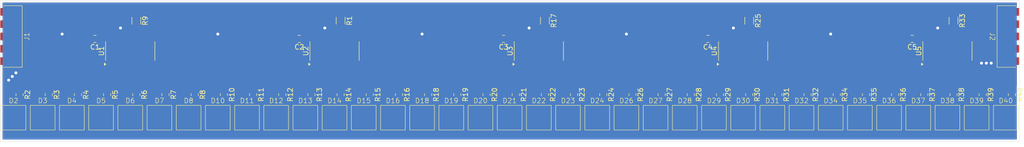
<source format=kicad_pcb>
(kicad_pcb (version 20241229) (generator "pcbnew") (generator_version "9.0")
  (layers (0 "F.Cu" signal) (2 "B.Cu" signal) (13 "F.Paste" user) (15 "B.Paste" user) (5 "F.SilkS" user "F.Silkscreen") (7 "B.SilkS" user "B.Silkscreen") (1 "F.Mask" user) (3 "B.Mask" user) (25 "Edge.Cuts" user))
  (net 0 "")
  (net 1 "+5V")
  (net 2 "GND")
  (net 3 "Net-(D2-A)")
  (net 4 "Net-(D3-A)")
  (net 5 "Net-(D4-A)")
  (net 6 "Net-(D5-A)")
  (net 7 "Net-(D6-A)")
  (net 8 "Net-(D7-A)")
  (net 9 "Net-(D8-A)")
  (net 10 "Net-(D10-A)")
  (net 11 "Net-(D11-A)")
  (net 12 "Net-(D12-A)")
  (net 13 "Net-(D13-A)")
  (net 14 "Net-(D14-A)")
  (net 15 "Net-(D15-A)")
  (net 16 "Net-(D16-A)")
  (net 17 "Net-(D18-A)")
  (net 18 "Net-(D19-A)")
  (net 19 "Net-(D20-A)")
  (net 20 "Net-(D21-A)")
  (net 21 "Net-(D22-A)")
  (net 22 "Net-(D23-A)")
  (net 23 "Net-(D24-A)")
  (net 24 "Net-(D26-A)")
  (net 25 "Net-(D27-A)")
  (net 26 "Net-(D28-A)")
  (net 27 "Net-(D29-A)")
  (net 28 "Net-(D30-A)")
  (net 29 "Net-(D31-A)")
  (net 30 "Net-(D32-A)")
  (net 31 "Net-(D34-A)")
  (net 32 "Net-(D35-A)")
  (net 33 "Net-(D36-A)")
  (net 34 "Net-(D37-A)")
  (net 35 "Net-(D38-A)")
  (net 36 "Net-(D39-A)")
  (net 37 "Net-(D40-A)")
  (net 38 "MOSI")
  (net 39 "SCK")
  (net 40 "LATCH")
  (net 41 "MOSI_O")
  (net 42 "Net-(U1-QB)")
  (net 43 "Net-(U1-QC)")
  (net 44 "Net-(U1-QD)")
  (net 45 "Net-(U1-QE)")
  (net 46 "Net-(U1-QF)")
  (net 47 "Net-(U1-QG)")
  (net 48 "Net-(U1-QH)")
  (net 49 "Net-(U2-QB)")
  (net 50 "Net-(U2-QC)")
  (net 51 "Net-(U2-QD)")
  (net 52 "Net-(U2-QE)")
  (net 53 "Net-(U2-QF)")
  (net 54 "Net-(U2-QG)")
  (net 55 "Net-(U2-QH)")
  (net 56 "Net-(U3-QB)")
  (net 57 "Net-(U3-QC)")
  (net 58 "Net-(U3-QD)")
  (net 59 "Net-(U3-QE)")
  (net 60 "Net-(U3-QF)")
  (net 61 "Net-(U3-QG)")
  (net 62 "Net-(U3-QH)")
  (net 63 "Net-(U4-QB)")
  (net 64 "Net-(U4-QC)")
  (net 65 "Net-(U4-QD)")
  (net 66 "Net-(U4-QE)")
  (net 67 "Net-(U4-QF)")
  (net 68 "Net-(U4-QG)")
  (net 69 "Net-(U4-QH)")
  (net 70 "Net-(U5-QB)")
  (net 71 "Net-(U5-QC)")
  (net 72 "Net-(U5-QD)")
  (net 73 "Net-(U5-QE)")
  (net 74 "Net-(U5-QF)")
  (net 75 "Net-(U5-QG)")
  (net 76 "Net-(U5-QH)")
  (net 77 "Net-(U1-QH')")
  (net 80 "Net-(U2-QH')")
  (net 81 "Net-(U3-QH')")
  (net 85 "Net-(U4-QH')")
  (net 86 "Net-(U2-SRCLK)")
  (net 87 "Net-(U1-SRCLK)")
  (net 88 "Net-(U3-SRCLK)")
  (net 89 "Net-(U4-SRCLK)")
  (net 90 "Net-(U5-SRCLK)")
  (footprint "Custom_Symbols:LED" (layer "F.Cu") (at 50 50)
    (property "Reference" "D2")
    (property "Value" "LED")
  )
  (footprint "Resistor_SMD:R_1206_3216Metric" (layer "F.Cu") (at 75.25 30 -90)
    (property "Reference" "R9")
    (property "Value" "0")
  )
  (footprint "Resistor_SMD:R_0805_2012Metric" (layer "F.Cu") (at 99.25 45.25 -90)
    (property "Reference" "R11")
    (property "Value" "R")
  )
  (footprint "Resistor_SMD:R_1206_3216Metric" (layer "F.Cu") (at 159.25 30 -90)
    (property "Reference" "R17")
    (property "Value" "0")
  )
  (footprint "Resistor_SMD:R_0805_2012Metric" (layer "F.Cu") (at 105.25 45.25 -90)
    (property "Reference" "R12")
    (property "Value" "R")
  )
  (footprint "Custom_Symbols:LED" (layer "F.Cu") (at 224 50)
    (property "Reference" "D35")
    (property "Value" "LED")
  )
  (footprint "Resistor_SMD:R_0805_2012Metric" (layer "F.Cu") (at 69.25 45.25 -90)
    (property "Reference" "R5")
    (property "Value" "R")
  )
  (footprint "Resistor_SMD:R_0805_2012Metric" (layer "F.Cu") (at 249.25 45.25 -90)
    (property "Reference" "R39")
    (property "Value" "R")
  )
  (footprint "Resistor_SMD:R_0805_2012Metric" (layer "F.Cu") (at 87.25 45.25 -90)
    (property "Reference" "R8")
    (property "Value" "R")
  )
  (footprint "Custom_Symbols:LED" (layer "F.Cu") (at 188 50)
    (property "Reference" "D28")
    (property "Value" "LED")
  )
  (footprint "Package_SO:SOP-16_3.9x9.9mm_P1.27mm" (layer "F.Cu") (at 158 36.25 90)
    (property "Reference" "U3")
    (property "Value" "74HC595")
  )
  (footprint "Custom_Symbols:LED" (layer "F.Cu") (at 194 50)
    (property "Reference" "D29")
    (property "Value" "LED")
  )
  (footprint "Custom_Symbols:LED" (layer "F.Cu") (at 200 50)
    (property "Reference" "D30")
    (property "Value" "LED")
  )
  (footprint "Resistor_SMD:R_0805_2012Metric" (layer "F.Cu") (at 57.25 45.25 -90)
    (property "Reference" "R3")
    (property "Value" "R")
  )
  (footprint "Resistor_SMD:R_0805_2012Metric" (layer "F.Cu") (at 141.25 45.25 -90)
    (property "Reference" "R19")
    (property "Value" "R")
  )
  (footprint "Resistor_SMD:R_0805_2012Metric" (layer "F.Cu") (at 123.25 45.25 -90)
    (property "Reference" "R15")
    (property "Value" "R")
  )
  (footprint "Resistor_SMD:R_0805_2012Metric" (layer "F.Cu") (at 63.25 45.25 -90)
    (property "Reference" "R4")
    (property "Value" "R")
  )
  (footprint "Package_SO:SOP-16_3.9x9.9mm_P1.27mm" (layer "F.Cu") (at 200 36.25 90)
    (property "Reference" "U4")
    (property "Value" "74HC595")
  )
  (footprint "Custom_Symbols:LED" (layer "F.Cu") (at 128 50)
    (property "Reference" "D16")
    (property "Value" "LED")
  )
  (footprint "Custom_Symbols:LED" (layer "F.Cu") (at 86 50)
    (property "Reference" "D8")
    (property "Value" "LED")
  )
  (footprint "Custom_Symbols:LED" (layer "F.Cu") (at 140 50)
    (property "Reference" "D19")
    (property "Value" "LED")
  )
  (footprint "Custom_Symbols:SMD_Connector" (layer "F.Cu") (at 49.25 33.25 90)
    (property "Reference" "J1")
    (property "Value" "In")
    (fp_line (start 6.5 -2) (end -6.5 -2) (stroke (width 0.05)) (layer "Edge.Cuts"))
  )
  (footprint "Custom_Symbols:LED" (layer "F.Cu") (at 254 50)
    (property "Reference" "D40")
    (property "Value" "LED")
  )
  (footprint "Resistor_SMD:R_0805_2012Metric" (layer "F.Cu") (at 195.25 45.25 -90)
    (property "Reference" "R29")
    (property "Value" "R")
  )
  (footprint "Resistor_SMD:R_0805_2012Metric" (layer "F.Cu") (at 51.25 45.25 -90)
    (property "Reference" "R2")
    (property "Value" "R")
  )
  (footprint "Resistor_SMD:R_1206_3216Metric" (layer "F.Cu") (at 201.25 30 -90)
    (property "Reference" "R25")
    (property "Value" "0")
  )
  (footprint "Resistor_SMD:R_0805_2012Metric" (layer "F.Cu") (at 183.25 45.25 -90)
    (property "Reference" "R27")
    (property "Value" "R")
  )
  (footprint "Resistor_SMD:R_0805_2012Metric" (layer "F.Cu") (at 75.25 45.25 -90)
    (property "Reference" "R6")
    (property "Value" "R")
  )
  (footprint "Resistor_SMD:R_0805_2012Metric" (layer "F.Cu") (at 243.25 45.25 -90)
    (property "Reference" "R38")
    (property "Value" "R")
  )
  (footprint "Resistor_SMD:R_0805_2012Metric" (layer "F.Cu") (at 255.25 45.25 -90)
    (property "Reference" "R40")
    (property "Value" "R")
  )
  (footprint "Custom_Symbols:LED" (layer "F.Cu") (at 92 50)
    (property "Reference" "D10")
    (property "Value" "LED")
  )
  (footprint "Custom_Symbols:LED" (layer "F.Cu") (at 104 50)
    (property "Reference" "D12")
    (property "Value" "LED")
  )
  (footprint "Capacitor_SMD:C_0805_2012Metric" (layer "F.Cu") (at 150.75 33.75 180)
    (property "Reference" "C3")
    (property "Value" "0.1u")
  )
  (footprint "Resistor_SMD:R_0805_2012Metric" (layer "F.Cu") (at 237.25 45.25 -90)
    (property "Reference" "R37")
    (property "Value" "R")
  )
  (footprint "Custom_Symbols:LED" (layer "F.Cu") (at 212 50)
    (property "Reference" "D32")
    (property "Value" "LED")
  )
  (footprint "Resistor_SMD:R_0805_2012Metric" (layer "F.Cu") (at 219.25 45.25 -90)
    (property "Reference" "R34")
    (property "Value" "R")
  )
  (footprint "Resistor_SMD:R_0805_2012Metric" (layer "F.Cu") (at 171.25 45.25 -90)
    (property "Reference" "R24")
    (property "Value" "R")
  )
  (footprint "Resistor_SMD:R_1206_3216Metric" (layer "F.Cu") (at 117.25 30 -90)
    (property "Reference" "R1")
    (property "Value" "0")
  )
  (footprint "Custom_Symbols:LED" (layer "F.Cu") (at 56 50)
    (property "Reference" "D3")
    (property "Value" "LED")
  )
  (footprint "Resistor_SMD:R_0805_2012Metric" (layer "F.Cu") (at 153.25 45.25 -90)
    (property "Reference" "R21")
    (property "Value" "R")
  )
  (footprint "Package_SO:SOP-16_3.9x9.9mm_P1.27mm" (layer "F.Cu") (at 74 36.25 90)
    (property "Reference" "U1")
    (property "Value" "74HC595")
  )
  (footprint "Custom_Symbols:LED" (layer "F.Cu") (at 74 50)
    (property "Reference" "D6")
    (property "Value" "LED")
  )
  (footprint "Custom_Symbols:LED" (layer "F.Cu") (at 110 50)
    (property "Reference" "D13")
    (property "Value" "LED")
  )
  (footprint "Resistor_SMD:R_0805_2012Metric" (layer "F.Cu") (at 117.25 45.25 -90)
    (property "Reference" "R14")
    (property "Value" "R")
  )
  (footprint "Custom_Symbols:LED" (layer "F.Cu") (at 248 50)
    (property "Reference" "D39")
    (property "Value" "LED")
  )
  (footprint "Resistor_SMD:R_0805_2012Metric" (layer "F.Cu") (at 201.25 45.25 -90)
    (property "Reference" "R30")
    (property "Value" "R")
  )
  (footprint "Resistor_SMD:R_0805_2012Metric" (layer "F.Cu") (at 189.25 45.25 -90)
    (property "Reference" "R28")
    (property "Value" "R")
  )
  (footprint "Custom_Symbols:LED" (layer "F.Cu") (at 152 50)
    (property "Reference" "D21")
    (property "Value" "LED")
  )
  (footprint "Resistor_SMD:R_0805_2012Metric" (layer "F.Cu") (at 129.25 45.25 -90)
    (property "Reference" "R16")
    (property "Value" "R")
  )
  (footprint "Resistor_SMD:R_0805_2012Metric" (layer "F.Cu") (at 147.25 45.25 -90)
    (property "Reference" "R20")
    (property "Value" "R")
  )
  (footprint "Custom_Symbols:LED" (layer "F.Cu") (at 218 50)
    (property "Reference" "D34")
    (property "Value" "LED")
  )
  (footprint "Resistor_SMD:R_1206_3216Metric" (layer "F.Cu") (at 243.25 30 -90)
    (property "Reference" "R33")
    (property "Value" "0")
  )
  (footprint "Resistor_SMD:R_0805_2012Metric" (layer "F.Cu") (at 81.25 45.25 -90)
    (property "Reference" "R7")
    (property "Value" "R")
  )
  (footprint "Custom_Symbols:LED" (layer "F.Cu") (at 158 50)
    (property "Reference" "D22")
    (property "Value" "LED")
  )
  (footprint "Custom_Symbols:LED" (layer "F.Cu") (at 206 50)
    (property "Reference" "D31")
    (property "Value" "LED")
  )
  (footprint "Resistor_SMD:R_0805_2012Metric" (layer "F.Cu") (at 111.25 45.25 -90)
    (property "Reference" "R13")
    (property "Value" "R")
  )
  (footprint "Capacitor_SMD:C_0805_2012Metric" (layer "F.Cu") (at 66.75 33.75 180)
    (property "Reference" "C1")
    (property "Value" "0.1u")
  )
  (footprint "Custom_Symbols:LED" (layer "F.Cu") (at 68 50)
    (property "Reference" "D5")
    (property "Value" "LED")
  )
  (footprint "Custom_Symbols:LED" (layer "F.Cu") (at 80 50)
    (property "Reference" "D7")
    (property "Value" "LED")
  )
  (footprint "Resistor_SMD:R_0805_2012Metric" (layer "F.Cu") (at 177.25 45.25 -90)
    (property "Reference" "R26")
    (property "Value" "R")
  )
  (footprint "Custom_Symbols:LED" (layer "F.Cu") (at 170 50)
    (property "Reference" "D24")
    (property "Value" "LED")
  )
  (footprint "Resistor_SMD:R_0805_2012Metric" (layer "F.Cu") (at 231.25 45.25 -90)
    (property "Reference" "R36")
    (property "Value" "R")
  )
  (footprint "Custom_Symbols:LED" (layer "F.Cu") (at 164 50)
    (property "Reference" "D23")
    (property "Value" "LED")
  )
  (footprint "Custom_Symbols:LED" (layer "F.Cu") (at 236 50)
    (property "Reference" "D37")
    (property "Value" "LED")
  )
  (footprint "Custom_Symbols:LED" (layer "F.Cu") (at 242 50)
    (property "Reference" "D38")
    (property "Value" "LED")
  )
  (footprint "Package_SO:SOP-16_3.9x9.9mm_P1.27mm" (layer "F.Cu") (at 116 36.25 90)
    (property "Reference" "U2")
    (property "Value" "74HC595")
  )
  (footprint "Resistor_SMD:R_0805_2012Metric" (layer "F.Cu") (at 159.25 45.25 -90)
    (property "Reference" "R22")
    (property "Value" "R")
  )
  (footprint "Custom_Symbols:LED" (layer "F.Cu") (at 116 50)
    (property "Reference" "D14")
    (property "Value" "LED")
  )
  (footprint "Custom_Symbols:LED" (layer "F.Cu") (at 230 50)
    (property "Reference" "D36")
    (property "Value" "LED")
  )
  (footprint "Custom_Symbols:LED" (layer "F.Cu") (at 176 50)
    (property "Reference" "D26")
    (property "Value" "LED")
  )
  (footprint "Custom_Symbols:SMD_Connector" (layer "F.Cu") (at 254.75 33.25 -90)
    (property "Reference" "J2")
    (property "Value" "Out")
    (fp_line (start 6.5 -2) (end -6.5 -2) (stroke (width 0.05)) (layer "Edge.Cuts"))
  )
  (footprint "Custom_Symbols:LED" (layer "F.Cu") (at 146 50)
    (property "Reference" "D20")
    (property "Value" "LED")
  )
  (footprint "Custom_Symbols:LED" (layer "F.Cu") (at 182 50)
    (property "Reference" "D27")
    (property "Value" "LED")
  )
  (footprint "Capacitor_SMD:C_0805_2012Metric" (layer "F.Cu") (at 192.75 33.75 180)
    (property "Reference" "C4")
    (property "Value" "0.1u")
  )
  (footprint "Resistor_SMD:R_0805_2012Metric" (layer "F.Cu") (at 207.25 45.25 -90)
    (property "Reference" "R31")
    (property "Value" "R")
  )
  (footprint "Resistor_SMD:R_0805_2012Metric" (layer "F.Cu") (at 165.25 45.25 -90)
    (property "Reference" "R23")
    (property "Value" "R")
  )
  (footprint "Package_SO:SOP-16_3.9x9.9mm_P1.27mm" (layer "F.Cu") (at 242 36.25 90)
    (property "Reference" "U5")
    (property "Value" "74HC595")
  )
  (footprint "Custom_Symbols:LED" (layer "F.Cu") (at 122 50)
    (property "Reference" "D15")
    (property "Value" "LED")
  )
  (footprint "Custom_Symbols:LED" (layer "F.Cu") (at 62 50)
    (property "Reference" "D4")
    (property "Value" "LED")
  )
  (footprint "Resistor_SMD:R_0805_2012Metric" (layer "F.Cu") (at 213.25 45.25 -90)
    (property "Reference" "R32")
    (property "Value" "R")
  )
  (footprint "Capacitor_SMD:C_0805_2012Metric" (layer "F.Cu") (at 108.75 33.75 180)
    (property "Reference" "C2")
    (property "Value" "0.1u")
  )
  (footprint "Capacitor_SMD:C_0805_2012Metric" (layer "F.Cu") (at 234.75 33.75 180)
    (property "Reference" "C5")
    (property "Value" "0.1u")
  )
  (footprint "Custom_Symbols:LED" (layer "F.Cu") (at 134 50)
    (property "Reference" "D18")
    (property "Value" "LED")
  )
  (footprint "Resistor_SMD:R_0805_2012Metric" (layer "F.Cu") (at 225.25 45.25 -90)
    (property "Reference" "R35")
    (property "Value" "R")
  )
  (footprint "Custom_Symbols:LED" (layer "F.Cu") (at 98 50)
    (property "Reference" "D11")
    (property "Value" "LED")
  )
  (footprint "Resistor_SMD:R_0805_2012Metric" (layer "F.Cu") (at 93.25 45.25 -90)
    (property "Reference" "R10")
    (property "Value" "R")
  )
  (footprint "Resistor_SMD:R_0805_2012Metric" (layer "F.Cu") (at 135.25 45.25 -90)
    (property "Reference" "R18")
    (property "Value" "R")
  )
  (gr_line (start 47.25 55) (end 47.25 25.75) (stroke (width 0.05)) (layer "Edge.Cuts"))
  (gr_line (start 250.25 55) (end 256.75 55) (stroke (width 0.05)) (layer "Edge.Cuts"))
  (gr_line (start 250.25 55) (end 47.25 55) (stroke (width 0.05)) (layer "Edge.Cuts"))
  (gr_line (start 47.25 25.75) (end 256.75 25.75) (stroke (width 0.05)) (layer "Edge.Cuts"))
  (gr_line (start 256.75 55) (end 256.75 25.75) (stroke (width 0.05)) (layer "Edge.Cuts"))
  (segment (start 237.555 30.195) (end 237.75 30) (width 0.6) (layer "F.Cu") (net 1))
  (segment (start 237.75 30) (end 203.25 30) (width 0.6) (layer "F.Cu") (net 1))
  (segment (start 249.21 30.71) (end 248.5 30) (width 0.6) (layer "F.Cu") (net 1))
  (segment (start 111.555 30.195) (end 111.75 30) (width 0.6) (layer "F.Cu") (net 1))
  (segment (start 254.75 30.71) (end 249.21 30.71) (width 0.6) (layer "F.Cu") (net 1))
  (segment (start 161.175 33.75) (end 161.175 30.075) (width 0.6) (layer "F.Cu") (net 1))
  (segment (start 235.7 33.75) (end 237.555 33.75) (width 0.6) (layer "F.Cu") (net 1))
  (segment (start 193.7 33.75) (end 195.555 33.75) (width 0.6) (layer "F.Cu") (net 1))
  (segment (start 203.175 30.075) (end 203.25 30) (width 0.6) (layer "F.Cu") (net 1))
  (segment (start 237.555 33.75) (end 237.555 30.195) (width 0.6) (layer "F.Cu") (net 1))
  (segment (start 161.25 30) (end 153.75 30) (width 0.6) (layer "F.Cu") (net 1))
  (segment (start 203.175 33.75) (end 203.175 30.075) (width 0.6) (layer "F.Cu") (net 1))
  (segment (start 245.175 30.075) (end 245.25 30) (width 0.6) (layer "F.Cu") (net 1))
  (segment (start 195.555 30.195) (end 195.75 30) (width 0.6) (layer "F.Cu") (net 1))
  (segment (start 109.7 33.75) (end 111.555 33.75) (width 0.6) (layer "F.Cu") (net 1))
  (segment (start 151.7 33.75) (end 153.555 33.75) (width 0.6) (layer "F.Cu") (net 1))
  (segment (start 153.555 30.195) (end 153.75 30) (width 0.6) (layer "F.Cu") (net 1))
  (segment (start 119.175 30.075) (end 119.25 30) (width 0.6) (layer "F.Cu") (net 1))
  (segment (start 53.5 30) (end 52.79 30.71) (width 0.6) (layer "F.Cu") (net 1))
  (segment (start 69.75 30) (end 53.5 30) (width 0.6) (layer "F.Cu") (net 1))
  (segment (start 52.79 30.71) (end 49.25 30.71) (width 0.6) (layer "F.Cu") (net 1))
  (segment (start 77.175 33.75) (end 77.175 30.075) (width 0.6) (layer "F.Cu") (net 1))
  (segment (start 119.175 33.75) (end 119.175 30.075) (width 0.6) (layer "F.Cu") (net 1))
  (segment (start 161.175 30.075) (end 161.25 30) (width 0.6) (layer "F.Cu") (net 1))
  (segment (start 195.75 30) (end 161.25 30) (width 0.6) (layer "F.Cu") (net 1))
  (segment (start 248.5 30) (end 245.25 30) (width 0.6) (layer "F.Cu") (net 1))
  (segment (start 77.175 30.075) (end 77.25 30) (width 0.6) (layer "F.Cu") (net 1))
  (segment (start 69.555 33.75) (end 69.555 30.195) (width 0.6) (layer "F.Cu") (net 1))
  (segment (start 245.25 30) (end 237.75 30) (width 0.6) (layer "F.Cu") (net 1))
  (segment (start 111.75 30) (end 77.25 30) (width 0.6) (layer "F.Cu") (net 1))
  (segment (start 153.555 33.75) (end 153.555 30.195) (width 0.6) (layer "F.Cu") (net 1))
  (segment (start 203.25 30) (end 195.75 30) (width 0.6) (layer "F.Cu") (net 1))
  (segment (start 119.25 30) (end 111.75 30) (width 0.6) (layer "F.Cu") (net 1))
  (segment (start 69.555 30.195) (end 69.75 30) (width 0.6) (layer "F.Cu") (net 1))
  (segment (start 245.175 33.75) (end 245.175 30.075) (width 0.6) (layer "F.Cu") (net 1))
  (segment (start 77.25 30) (end 69.75 30) (width 0.6) (layer "F.Cu") (net 1))
  (segment (start 153.75 30) (end 119.25 30) (width 0.6) (layer "F.Cu") (net 1))
  (segment (start 195.555 33.75) (end 195.555 30.195) (width 0.6) (layer "F.Cu") (net 1))
  (segment (start 111.555 33.75) (end 111.555 30.195) (width 0.6) (layer "F.Cu") (net 1))
  (segment (start 67.7 33.75) (end 69.555 33.75) (width 0.6) (layer "F.Cu") (net 1))
  (segment (start 48.73 50) (end 48.73 46.02) (width 0.6) (layer "F.Cu") (net 2))
  (segment (start 48.73 50) (end 48.73 53.48) (width 0.6) (layer "F.Cu") (net 2))
  (segment (start 48.73 53.48) (end 48.75 53.5) (width 0.6) (layer "F.Cu") (net 2))
  (segment (start 48.75 46) (end 48.73 46.02) (width 0.6) (layer "F.Cu") (net 2))
  (via (at 250 38.75) (size 0.7) (drill 0.6) (layers "F.Cu" "B.Cu") (net 2))
  (via (at 50.5 40.75) (size 0.7) (drill 0.6) (layers "F.Cu" "B.Cu") (net 2))
  (via (at 72 31.5) (size 0.7) (drill 0.6) (layers "F.Cu" "B.Cu") (net 2))
  (via (at 218 32.75) (size 0.7) (drill 0.6) (layers "F.Cu" "B.Cu") (net 2))
  (via (at 49 42.25) (size 0.7) (drill 0.6) (layers "F.Cu" "B.Cu") (net 2))
  (via (at 49.75 41.5) (size 0.7) (drill 0.6) (layers "F.Cu" "B.Cu") (net 2))
  (via (at 176 32.75) (size 0.7) (drill 0.6) (layers "F.Cu" "B.Cu") (net 2))
  (via (at 249 38.75) (size 0.7) (drill 0.6) (layers "F.Cu" "B.Cu") (net 2))
  (via (at 134 32.75) (size 0.7) (drill 0.6) (layers "F.Cu" "B.Cu") (net 2))
  (via (at 156 31.5) (size 0.7) (drill 0.6) (layers "F.Cu" "B.Cu") (net 2))
  (via (at 198 31.5) (size 0.7) (drill 0.6) (layers "F.Cu" "B.Cu") (net 2))
  (via (at 240 31.5) (size 0.7) (drill 0.6) (layers "F.Cu" "B.Cu") (net 2))
  (via (at 251 38.75) (size 0.7) (drill 0.6) (layers "F.Cu" "B.Cu") (net 2))
  (via (at 92 32.75) (size 0.7) (drill 0.6) (layers "F.Cu" "B.Cu") (net 2))
  (via (at 60 32.75) (size 0.7) (drill 0.6) (layers "F.Cu" "B.Cu") (net 2))
  (via (at 114 31.5) (size 0.7) (drill 0.6) (layers "F.Cu" "B.Cu") (net 2))
  (segment (start 51.25 49.98) (end 51.27 50) (width 0.6) (layer "F.Cu") (net 3))
  (segment (start 51.25 46.1625) (end 51.25 49.98) (width 0.6) (layer "F.Cu") (net 3))
  (segment (start 57.25 46.1625) (end 57.25 49.98) (width 0.6) (layer "F.Cu") (net 4))
  (segment (start 57.25 49.98) (end 57.27 50) (width 0.6) (layer "F.Cu") (net 4))
  (segment (start 63.25 46.1625) (end 63.25 49.98) (width 0.6) (layer "F.Cu") (net 5))
  (segment (start 63.25 49.98) (end 63.27 50) (width 0.6) (layer "F.Cu") (net 5))
  (segment (start 69.25 46.1625) (end 69.25 49.98) (width 0.6) (layer "F.Cu") (net 6))
  (segment (start 69.25 49.98) (end 69.27 50) (width 0.6) (layer "F.Cu") (net 6))
  (segment (start 75.25 46.1625) (end 75.25 49.98) (width 0.6) (layer "F.Cu") (net 7))
  (segment (start 75.25 49.98) (end 75.27 50) (width 0.6) (layer "F.Cu") (net 7))
  (segment (start 81.25 46.1625) (end 81.25 49.98) (width 0.6) (layer "F.Cu") (net 8))
  (segment (start 81.25 49.98) (end 81.27 50) (width 0.6) (layer "F.Cu") (net 8))
  (segment (start 87.25 46.1625) (end 87.25 49.98) (width 0.6) (layer "F.Cu") (net 9))
  (segment (start 87.25 49.98) (end 87.27 50) (width 0.6) (layer "F.Cu") (net 9))
  (segment (start 93.25 46.1625) (end 93.25 49.98) (width 0.6) (layer "F.Cu") (net 10))
  (segment (start 93.25 49.98) (end 93.27 50) (width 0.6) (layer "F.Cu") (net 10))
  (segment (start 99.25 49.98) (end 99.27 50) (width 0.6) (layer "F.Cu") (net 11))
  (segment (start 99.25 46.1625) (end 99.25 49.98) (width 0.6) (layer "F.Cu") (net 11))
  (segment (start 105.25 46.1625) (end 105.25 49.98) (width 0.6) (layer "F.Cu") (net 12))
  (segment (start 105.25 49.98) (end 105.27 50) (width 0.6) (layer "F.Cu") (net 12))
  (segment (start 111.25 46.1625) (end 111.25 49.98) (width 0.6) (layer "F.Cu") (net 13))
  (segment (start 111.25 49.98) (end 111.27 50) (width 0.6) (layer "F.Cu") (net 13))
  (segment (start 117.25 46.1625) (end 117.25 49.98) (width 0.6) (layer "F.Cu") (net 14))
  (segment (start 117.25 49.98) (end 117.27 50) (width 0.6) (layer "F.Cu") (net 14))
  (segment (start 123.25 46.1625) (end 123.25 49.98) (width 0.6) (layer "F.Cu") (net 15))
  (segment (start 123.25 49.98) (end 123.27 50) (width 0.6) (layer "F.Cu") (net 15))
  (segment (start 129.25 46.1625) (end 129.25 49.98) (width 0.6) (layer "F.Cu") (net 16))
  (segment (start 129.25 49.98) (end 129.27 50) (width 0.6) (layer "F.Cu") (net 16))
  (segment (start 135.25 49.98) (end 135.27 50) (width 0.6) (layer "F.Cu") (net 17))
  (segment (start 135.25 46.1625) (end 135.25 49.98) (width 0.6) (layer "F.Cu") (net 17))
  (segment (start 141.25 49.98) (end 141.27 50) (width 0.6) (layer "F.Cu") (net 18))
  (segment (start 141.25 46.1625) (end 141.25 49.98) (width 0.6) (layer "F.Cu") (net 18))
  (segment (start 147.25 46.1625) (end 147.25 49.98) (width 0.6) (layer "F.Cu") (net 19))
  (segment (start 147.25 49.98) (end 147.27 50) (width 0.6) (layer "F.Cu") (net 19))
  (segment (start 153.25 49.98) (end 153.27 50) (width 0.6) (layer "F.Cu") (net 20))
  (segment (start 153.25 46.1625) (end 153.25 49.98) (width 0.6) (layer "F.Cu") (net 20))
  (segment (start 159.25 49.98) (end 159.27 50) (width 0.6) (layer "F.Cu") (net 21))
  (segment (start 159.25 46.1625) (end 159.25 49.98) (width 0.6) (layer "F.Cu") (net 21))
  (segment (start 165.25 49.98) (end 165.27 50) (width 0.6) (layer "F.Cu") (net 22))
  (segment (start 165.25 46.1625) (end 165.25 49.98) (width 0.6) (layer "F.Cu") (net 22))
  (segment (start 171.25 49.98) (end 171.27 50) (width 0.6) (layer "F.Cu") (net 23))
  (segment (start 171.25 46.1625) (end 171.25 49.98) (width 0.6) (layer "F.Cu") (net 23))
  (segment (start 177.25 49.98) (end 177.27 50) (width 0.6) (layer "F.Cu") (net 24))
  (segment (start 177.25 46.1625) (end 177.25 49.98) (width 0.6) (layer "F.Cu") (net 24))
  (segment (start 183.25 49.98) (end 183.27 50) (width 0.6) (layer "F.Cu") (net 25))
  (segment (start 183.25 46.1625) (end 183.25 49.98) (width 0.6) (layer "F.Cu") (net 25))
  (segment (start 189.25 49.98) (end 189.27 50) (width 0.6) (layer "F.Cu") (net 26))
  (segment (start 189.25 46.1625) (end 189.25 49.98) (width 0.6) (layer "F.Cu") (net 26))
  (segment (start 195.25 46.1625) (end 195.25 49.98) (width 0.6) (layer "F.Cu") (net 27))
  (segment (start 195.25 49.98) (end 195.27 50) (width 0.6) (layer "F.Cu") (net 27))
  (segment (start 201.25 49.98) (end 201.27 50) (width 0.6) (layer "F.Cu") (net 28))
  (segment (start 201.25 46.1625) (end 201.25 49.98) (width 0.6) (layer "F.Cu") (net 28))
  (segment (start 207.25 46.1625) (end 207.25 49.98) (width 0.6) (layer "F.Cu") (net 29))
  (segment (start 207.25 49.98) (end 207.27 50) (width 0.6) (layer "F.Cu") (net 29))
  (segment (start 213.25 49.98) (end 213.27 50) (width 0.6) (layer "F.Cu") (net 30))
  (segment (start 213.25 46.1625) (end 213.25 49.98) (width 0.6) (layer "F.Cu") (net 30))
  (segment (start 219.25 49.98) (end 219.27 50) (width 0.6) (layer "F.Cu") (net 31))
  (segment (start 219.25 46.1625) (end 219.25 49.98) (width 0.6) (layer "F.Cu") (net 31))
  (segment (start 225.25 46.1625) (end 225.25 49.98) (width 0.6) (layer "F.Cu") (net 32))
  (segment (start 225.25 49.98) (end 225.27 50) (width 0.6) (layer "F.Cu") (net 32))
  (segment (start 231.25 46.1625) (end 231.25 49.98) (width 0.6) (layer "F.Cu") (net 33))
  (segment (start 231.25 49.98) (end 231.27 50) (width 0.6) (layer "F.Cu") (net 33))
  (segment (start 237.25 46.1625) (end 237.25 49.98) (width 0.6) (layer "F.Cu") (net 34))
  (segment (start 237.25 49.98) (end 237.27 50) (width 0.6) (layer "F.Cu") (net 34))
  (segment (start 243.25 46.1625) (end 243.25 49.98) (width 0.6) (layer "F.Cu") (net 35))
  (segment (start 243.25 49.98) (end 243.27 50) (width 0.6) (layer "F.Cu") (net 35))
  (segment (start 249.25 49.98) (end 249.27 50) (width 0.6) (layer "F.Cu") (net 36))
  (segment (start 249.25 46.1625) (end 249.25 49.98) (width 0.6) (layer "F.Cu") (net 36))
  (segment (start 255.25 46.1625) (end 255.25 49.98) (width 0.6) (layer "F.Cu") (net 37))
  (segment (start 255.25 49.98) (end 255.27 50) (width 0.6) (layer "F.Cu") (net 37))
  (segment (start 49.25 33.25) (end 51.5 33.25) (width 0.6) (layer "F.Cu") (net 38))
  (segment (start 51.5 33.25) (end 54 35.75) (width 0.6) (layer "F.Cu") (net 38))
  (segment (start 72.095 34.749999) (end 72.095 33.75) (width 0.6) (layer "F.Cu") (net 38))
  (segment (start 71.094999 35.75) (end 72.095 34.749999) (width 0.6) (layer "F.Cu") (net 38))
  (segment (start 54 35.75) (end 71.094999 35.75) (width 0.6) (layer "F.Cu") (net 38))
  (segment (start 115.9625 28.5375) (end 117.25 28.5375) (width 0.6) (layer "F.Cu") (net 39))
  (segment (start 159.25 28.5375) (end 160.5375 28.5375) (width 0.6) (layer "F.Cu") (net 39))
  (segment (start 118.5375 28.5375) (end 119 29) (width 0.6) (layer "F.Cu") (net 39))
  (segment (start 73.9625 28.5375) (end 75.25 28.5375) (width 0.6) (layer "F.Cu") (net 39))
  (segment (start 203 29) (end 241.25 29) (width 0.6) (layer "F.Cu") (net 39))
  (segment (start 201.25 28.5375) (end 202.5375 28.5375) (width 0.6) (layer "F.Cu") (net 39))
  (segment (start 199.9625 28.5375) (end 201.25 28.5375) (width 0.6) (layer "F.Cu") (net 39))
  (segment (start 244.5375 28.5375) (end 245 29) (width 0.6) (layer "F.Cu") (net 39))
  (segment (start 115.5 29) (end 115.9625 28.5375) (width 0.6) (layer "F.Cu") (net 39))
  (segment (start 241.7125 28.5375) (end 243.25 28.5375) (width 0.6) (layer "F.Cu") (net 39))
  (segment (start 119 29) (end 157.5 29) (width 0.6) (layer "F.Cu") (net 39))
  (segment (start 249.29 28.17) (end 254.75 28.17) (width 0.6) (layer "F.Cu") (net 39))
  (segment (start 77 29) (end 115.5 29) (width 0.6) (layer "F.Cu") (net 39))
  (segment (start 248.46 29) (end 249.29 28.17) (width 0.6) (layer "F.Cu") (net 39))
  (segment (start 117.25 28.5375) (end 118.5375 28.5375) (width 0.6) (layer "F.Cu") (net 39))
  (segment (start 202.5375 28.5375) (end 203 29) (width 0.6) (layer "F.Cu") (net 39))
  (segment (start 75.25 28.5375) (end 76.5375 28.5375) (width 0.6) (layer "F.Cu") (net 39))
  (segment (start 245 29) (end 248.46 29) (width 0.6) (layer "F.Cu") (net 39))
  (segment (start 241.25 29) (end 241.7125 28.5375) (width 0.6) (layer "F.Cu") (net 39))
  (segment (start 53.5 29) (end 73.5 29) (width 0.6) (layer "F.Cu") (net 39))
  (segment (start 243.25 28.5375) (end 244.5375 28.5375) (width 0.6) (layer "F.Cu") (net 39))
  (segment (start 76.5375 28.5375) (end 77 29) (width 0.6) (layer "F.Cu") (net 39))
  (segment (start 52.67 28.17) (end 53.5 29) (width 0.6) (layer "F.Cu") (net 39))
  (segment (start 161 29) (end 199.5 29) (width 0.6) (layer "F.Cu") (net 39))
  (segment (start 49.25 28.17) (end 52.67 28.17) (width 0.6) (layer "F.Cu") (net 39))
  (segment (start 157.9625 28.5375) (end 159.25 28.5375) (width 0.6) (layer "F.Cu") (net 39))
  (segment (start 160.5375 28.5375) (end 161 29) (width 0.6) (layer "F.Cu") (net 39))
  (segment (start 199.5 29) (end 199.9625 28.5375) (width 0.6) (layer "F.Cu") (net 39))
  (segment (start 73.5 29) (end 73.9625 28.5375) (width 0.6) (layer "F.Cu") (net 39))
  (segment (start 157.5 29) (end 157.9625 28.5375) (width 0.6) (layer "F.Cu") (net 39))
  (segment (start 74.635 33.75) (end 74.635 34.749999) (width 0.6) (layer "F.Cu") (net 40))
  (segment (start 116.635 33.75) (end 116.635 36.635) (width 0.6) (layer "F.Cu") (net 40))
  (segment (start 76.635001 36.75) (end 77.5 36.75) (width 0.6) (layer "F.Cu") (net 40))
  (segment (start 200.635 33.75) (end 200.635 36.635) (width 0.6) (layer "F.Cu") (net 40))
  (segment (start 200.635 36.635) (end 200.75 36.75) (width 0.6) (layer "F.Cu") (net 40))
  (segment (start 52.75 36.75) (end 77.5 36.75) (width 0.6) (layer "F.Cu") (net 40))
  (segment (start 242.635 36.635) (end 242.75 36.75) (width 0.6) (layer "F.Cu") (net 40))
  (segment (start 77.5 36.75) (end 83 36.75) (width 0.6) (layer "F.Cu") (net 40))
  (segment (start 158.75 36.75) (end 200.75 36.75) (width 0.6) (layer "F.Cu") (net 40))
  (segment (start 74.635 34.749999) (end 76.635001 36.75) (width 0.6) (layer "F.Cu") (net 40))
  (segment (start 49.25 35.79) (end 51.79 35.79) (width 0.6) (layer "F.Cu") (net 40))
  (segment (start 158.635 36.635) (end 158.75 36.75) (width 0.6) (layer "F.Cu") (net 40))
  (segment (start 242.75 36.75) (end 248.75 36.75) (width 0.6) (layer "F.Cu") (net 40))
  (segment (start 249.71 35.79) (end 248.75 36.75) (width 0.6) (layer "F.Cu") (net 40))
  (segment (start 83 36.75) (end 116.75 36.75) (width 0.6) (layer "F.Cu") (net 40))
  (segment (start 116.635 36.635) (end 116.75 36.75) (width 0.6) (layer "F.Cu") (net 40))
  (segment (start 200.75 36.75) (end 242.75 36.75) (width 0.6) (layer "F.Cu") (net 40))
  (segment (start 51.79 35.79) (end 52.75 36.75) (width 0.6) (layer "F.Cu") (net 40))
  (segment (start 254.75 35.79) (end 249.71 35.79) (width 0.6) (layer "F.Cu") (net 40))
  (segment (start 242.635 33.75) (end 242.635 36.635) (width 0.6) (layer "F.Cu") (net 40))
  (segment (start 116.75 36.75) (end 158.75 36.75) (width 0.6) (layer "F.Cu") (net 40))
  (segment (start 158.635 33.75) (end 158.635 36.635) (width 0.6) (layer "F.Cu") (net 40))
  (segment (start 251 33.75) (end 251.5 33.25) (width 0.6) (layer "F.Cu") (net 41))
  (segment (start 251.5 33.25) (end 254.75 33.25) (width 0.6) (layer "F.Cu") (net 41))
  (segment (start 246.445 33.75) (end 251 33.75) (width 0.6) (layer "F.Cu") (net 41))
  (segment (start 51.25 44.3375) (end 56.8375 38.75) (width 0.6) (layer "F.Cu") (net 42))
  (segment (start 56.8375 38.75) (end 69.555 38.75) (width 0.6) (layer "F.Cu") (net 42))
  (segment (start 70.15 40.5) (end 70.825 39.825) (width 0.6) (layer "F.Cu") (net 43))
  (segment (start 61.0875 40.5) (end 70.15 40.5) (width 0.6) (layer "F.Cu") (net 43))
  (segment (start 57.25 44.3375) (end 61.0875 40.5) (width 0.6) (layer "F.Cu") (net 43))
  (segment (start 70.825 39.825) (end 70.825 38.75) (width 0.6) (layer "F.Cu") (net 43))
  (segment (start 72.095 40.3175) (end 70.5 41.9125) (width 0.6) (layer "F.Cu") (net 44))
  (segment (start 72.095 38.6625) (end 72.095 40.3175) (width 0.6) (layer "F.Cu") (net 44))
  (segment (start 70.5 41.9125) (end 65.5875 41.9125) (width 0.6) (layer "F.Cu") (net 44))
  (segment (start 65.5875 41.9125) (end 63.25 44.25) (width 0.6) (layer "F.Cu") (net 44))
  (segment (start 69.25 44.25) (end 69.3375 44.3375) (width 0.6) (layer "F.Cu") (net 45))
  (segment (start 69.3375 44.3375) (end 70.325 44.3375) (width 0.6) (layer "F.Cu") (net 45))
  (segment (start 73.365 41.2975) (end 73.365 38.6625) (width 0.6) (layer "F.Cu") (net 45))
  (segment (start 70.325 44.3375) (end 73.365 41.2975) (width 0.6) (layer "F.Cu") (net 45))
  (segment (start 74.635 43.7225) (end 74.635 38.75) (width 0.6) (layer "F.Cu") (net 46))
  (segment (start 75.25 44.3375) (end 74.635 43.7225) (width 0.6) (layer "F.Cu") (net 46))
  (segment (start 75.905 40.721392) (end 79.521108 44.3375) (width 0.6) (layer "F.Cu") (net 47))
  (segment (start 75.905 38.75) (end 75.905 40.721392) (width 0.6) (layer "F.Cu") (net 47))
  (segment (start 79.521108 44.3375) (end 81.25 44.3375) (width 0.6) (layer "F.Cu") (net 47))
  (segment (start 84.9125 42) (end 79.25 42) (width 0.6) (layer "F.Cu") (net 48))
  (segment (start 87.25 44.3375) (end 84.9125 42) (width 0.6) (layer "F.Cu") (net 48))
  (segment (start 77.175 39.925) (end 77.175 38.75) (width 0.6) (layer "F.Cu") (net 48))
  (segment (start 79.25 42) (end 77.175 39.925) (width 0.6) (layer "F.Cu") (net 48))
  (segment (start 98.8375 38.75) (end 111.555 38.75) (width 0.6) (layer "F.Cu") (net 49))
  (segment (start 93.25 44.3375) (end 98.8375 38.75) (width 0.6) (layer "F.Cu") (net 49))
  (segment (start 112.074999 40.5) (end 112.825 39.749999) (width 0.6) (layer "F.Cu") (net 50))
  (segment (start 112.825 39.749999) (end 112.825 38.75) (width 0.6) (layer "F.Cu") (net 50))
  (segment (start 103.0875 40.5) (end 112.074999 40.5) (width 0.6) (layer "F.Cu") (net 50))
  (segment (start 99.25 44.3375) (end 103.0875 40.5) (width 0.6) (layer "F.Cu") (net 50))
  (segment (start 114.095 38.6625) (end 114.095 40.3175) (width 0.6) (layer "F.Cu") (net 51))
  (segment (start 107.5875 41.9125) (end 105.25 44.25) (width 0.6) (layer "F.Cu") (net 51))
  (segment (start 114.095 40.3175) (end 112.5 41.9125) (width 0.6) (layer "F.Cu") (net 51))
  (segment (start 112.5 41.9125) (end 107.5875 41.9125) (width 0.6) (layer "F.Cu") (net 51))
  (segment (start 112.325 44.3375) (end 115.365 41.2975) (width 0.6) (layer "F.Cu") (net 52))
  (segment (start 115.365 41.2975) (end 115.365 38.6625) (width 0.6) (layer "F.Cu") (net 52))
  (segment (start 111.3375 44.3375) (end 112.325 44.3375) (width 0.6) (layer "F.Cu") (net 52))
  (segment (start 111.25 44.25) (end 111.3375 44.3375) (width 0.6) (layer "F.Cu") (net 52))
  (segment (start 117.25 44.3375) (end 116.635 43.7225) (width 0.6) (layer "F.Cu") (net 53))
  (segment (start 116.635 43.7225) (end 116.635 38.75) (width 0.6) (layer "F.Cu") (net 53))
  (segment (start 121.5875 44.3375) (end 123.25 44.3375) (width 0.6) (layer "F.Cu") (net 54))
  (segment (start 117.905 38.75) (end 117.905 40.655) (width 0.6) (layer "F.Cu") (net 54))
  (segment (start 117.905 40.655) (end 121.5875 44.3375) (width 0.6) (layer "F.Cu") (net 54))
  (segment (start 119.175 38.75) (end 119.175 39.925) (width 0.6) (layer "F.Cu") (net 55))
  (segment (start 121.25 42) (end 126.9125 42) (width 0.6) (layer "F.Cu") (net 55))
  (segment (start 119.175 39.925) (end 121.25 42) (width 0.6) (layer "F.Cu") (net 55))
  (segment (start 126.9125 42) (end 129.25 44.3375) (width 0.6) (layer "F.Cu") (net 55))
  (segment (start 140.8375 38.75) (end 153.555 38.75) (width 0.6) (layer "F.Cu") (net 56))
  (segment (start 135.25 44.3375) (end 140.8375 38.75) (width 0.6) (layer "F.Cu") (net 56))
  (segment (start 141.25 44.3375) (end 145.0875 40.5) (width 0.6) (layer "F.Cu") (net 57))
  (segment (start 154.825 39.825) (end 154.825 38.75) (width 0.6) (layer "F.Cu") (net 57))
  (segment (start 145.0875 40.5) (end 154.15 40.5) (width 0.6) (layer "F.Cu") (net 57))
  (segment (start 154.15 40.5) (end 154.825 39.825) (width 0.6) (layer "F.Cu") (net 57))
  (segment (start 156.095 40.3175) (end 154.5 41.9125) (width 0.6) (layer "F.Cu") (net 58))
  (segment (start 149.5875 41.9125) (end 147.25 44.25) (width 0.6) (layer "F.Cu") (net 58))
  (segment (start 156.095 38.6625) (end 156.095 40.3175) (width 0.6) (layer "F.Cu") (net 58))
  (segment (start 154.5 41.9125) (end 149.5875 41.9125) (width 0.6) (layer "F.Cu") (net 58))
  (segment (start 153.3375 44.3375) (end 154.325 44.3375) (width 0.6) (layer "F.Cu") (net 59))
  (segment (start 154.325 44.3375) (end 157.365 41.2975) (width 0.6) (layer "F.Cu") (net 59))
  (segment (start 153.25 44.25) (end 153.3375 44.3375) (width 0.6) (layer "F.Cu") (net 59))
  (segment (start 157.365 41.2975) (end 157.365 38.6625) (width 0.6) (layer "F.Cu") (net 59))
  (segment (start 159.25 44.3375) (end 158.635 43.7225) (width 0.6) (layer "F.Cu") (net 60))
  (segment (start 158.635 43.7225) (end 158.635 38.75) (width 0.6) (layer "F.Cu") (net 60))
  (segment (start 159.905 40.405) (end 163.8375 44.3375) (width 0.6) (layer "F.Cu") (net 61))
  (segment (start 163.8375 44.3375) (end 165.25 44.3375) (width 0.6) (layer "F.Cu") (net 61))
  (segment (start 159.905 38.75) (end 159.905 40.405) (width 0.6) (layer "F.Cu") (net 61))
  (segment (start 161.175 39.749999) (end 163.425001 42) (width 0.6) (layer "F.Cu") (net 62))
  (segment (start 161.175 38.75) (end 161.175 39.749999) (width 0.6) (layer "F.Cu") (net 62))
  (segment (start 168.9125 42) (end 171.25 44.3375) (width 0.6) (layer "F.Cu") (net 62))
  (segment (start 163.425001 42) (end 168.9125 42) (width 0.6) (layer "F.Cu") (net 62))
  (segment (start 177.25 44.3375) (end 182.8375 38.75) (width 0.6) (layer "F.Cu") (net 63))
  (segment (start 182.8375 38.75) (end 195.555 38.75) (width 0.6) (layer "F.Cu") (net 63))
  (segment (start 196.825 39.749999) (end 196.825 38.75) (width 0.6) (layer "F.Cu") (net 64))
  (segment (start 196.074999 40.5) (end 196.825 39.749999) (width 0.6) (layer "F.Cu") (net 64))
  (segment (start 187.0875 40.5) (end 196.074999 40.5) (width 0.6) (layer "F.Cu") (net 64))
  (segment (start 183.25 44.3375) (end 187.0875 40.5) (width 0.6) (layer "F.Cu") (net 64))
  (segment (start 196.5 41.9125) (end 191.5875 41.9125) (width 0.6) (layer "F.Cu") (net 65))
  (segment (start 198.095 40.3175) (end 196.5 41.9125) (width 0.6) (layer "F.Cu") (net 65))
  (segment (start 198.095 38.6625) (end 198.095 40.3175) (width 0.6) (layer "F.Cu") (net 65))
  (segment (start 191.5875 41.9125) (end 189.25 44.25) (width 0.6) (layer "F.Cu") (net 65))
  (segment (start 199.365 41.2975) (end 199.365 38.6625) (width 0.6) (layer "F.Cu") (net 66))
  (segment (start 195.3375 44.3375) (end 196.325 44.3375) (width 0.6) (layer "F.Cu") (net 66))
  (segment (start 195.25 44.25) (end 195.3375 44.3375) (width 0.6) (layer "F.Cu") (net 66))
  (segment (start 196.325 44.3375) (end 199.365 41.2975) (width 0.6) (layer "F.Cu") (net 66))
  (segment (start 201.25 44.3375) (end 200.635 43.7225) (width 0.6) (layer "F.Cu") (net 67))
  (segment (start 200.635 43.7225) (end 200.635 38.75) (width 0.6) (layer "F.Cu") (net 67))
  (segment (start 205.8375 44.3375) (end 207.25 44.3375) (width 0.6) (layer "F.Cu") (net 68))
  (segment (start 201.905 40.405) (end 205.8375 44.3375) (width 0.6) (layer "F.Cu") (net 68))
  (segment (start 201.905 38.75) (end 201.905 40.405) (width 0.6) (layer "F.Cu") (net 68))
  (segment (start 210.9125 42) (end 213.25 44.3375) (width 0.6) (layer "F.Cu") (net 69))
  (segment (start 203.175 39.749999) (end 205.425001 42) (width 0.6) (layer "F.Cu") (net 69))
  (segment (start 203.175 38.75) (end 203.175 39.749999) (width 0.6) (layer "F.Cu") (net 69))
  (segment (start 205.425001 42) (end 210.9125 42) (width 0.6) (layer "F.Cu") (net 69))
  (segment (start 224.8375 38.75) (end 237.555 38.75) (width 0.6) (layer "F.Cu") (net 70))
  (segment (start 219.25 44.3375) (end 224.8375 38.75) (width 0.6) (layer "F.Cu") (net 70))
  (segment (start 225.25 44.3375) (end 229.0875 40.5) (width 0.6) (layer "F.Cu") (net 71))
  (segment (start 238.074999 40.5) (end 238.825 39.749999) (width 0.6) (layer "F.Cu") (net 71))
  (segment (start 229.0875 40.5) (end 238.074999 40.5) (width 0.6) (layer "F.Cu") (net 71))
  (segment (start 238.825 39.749999) (end 238.825 38.75) (width 0.6) (layer "F.Cu") (net 71))
  (segment (start 240.095 38.6625) (end 240.095 40.3175) (width 0.6) (layer "F.Cu") (net 72))
  (segment (start 233.5875 41.9125) (end 231.25 44.25) (width 0.6) (layer "F.Cu") (net 72))
  (segment (start 238.5 41.9125) (end 233.5875 41.9125) (width 0.6) (layer "F.Cu") (net 72))
  (segment (start 240.095 40.3175) (end 238.5 41.9125) (width 0.6) (layer "F.Cu") (net 72))
  (segment (start 238.325 44.3375) (end 241.365 41.2975) (width 0.6) (layer "F.Cu") (net 73))
  (segment (start 237.25 44.25) (end 237.3375 44.3375) (width 0.6) (layer "F.Cu") (net 73))
  (segment (start 241.365 41.2975) (end 241.365 38.6625) (width 0.6) (layer "F.Cu") (net 73))
  (segment (start 237.3375 44.3375) (end 238.325 44.3375) (width 0.6) (layer "F.Cu") (net 73))
  (segment (start 243.25 44.3375) (end 242.635 43.7225) (width 0.6) (layer "F.Cu") (net 74))
  (segment (start 242.635 43.7225) (end 242.635 38.75) (width 0.6) (layer "F.Cu") (net 74))
  (segment (start 247.8375 44.3375) (end 243.905 40.405) (width 0.6) (layer "F.Cu") (net 75))
  (segment (start 249.25 44.3375) (end 247.8375 44.3375) (width 0.6) (layer "F.Cu") (net 75))
  (segment (start 243.905 40.405) (end 243.905 38.75) (width 0.6) (layer "F.Cu") (net 75))
  (segment (start 255.25 44.3375) (end 252.9125 42) (width 0.6) (layer "F.Cu") (net 76))
  (segment (start 252.9125 42) (end 247.5 42) (width 0.6) (layer "F.Cu") (net 76))
  (segment (start 247.5 42) (end 245.175 39.675) (width 0.6) (layer "F.Cu") (net 76))
  (segment (start 245.175 39.675) (end 245.175 38.75) (width 0.6) (layer "F.Cu") (net 76))
  (segment (start 78.445 33.75) (end 80.445 35.75) (width 0.6) (layer "F.Cu") (net 77))
  (segment (start 80.445 35.75) (end 113 35.75) (width 0.6) (layer "F.Cu") (net 77))
  (segment (start 113 35.75) (end 114.095 34.655) (width 0.6) (layer "F.Cu") (net 77))
  (segment (start 114.095 34.655) (end 114.095 33.75) (width 0.6) (layer "F.Cu") (net 77))
  (segment (start 120.445 33.75) (end 122.445 35.75) (width 0.6) (layer "F.Cu") (net 80))
  (segment (start 155.19 35.75) (end 156.095 34.845) (width 0.6) (layer "F.Cu") (net 80))
  (segment (start 122.445 35.75) (end 155.19 35.75) (width 0.6) (layer "F.Cu") (net 80))
  (segment (start 156.095 34.845) (end 156.095 33.75) (width 0.6) (layer "F.Cu") (net 80))
  (segment (start 197.19 35.75) (end 198.095 34.845) (width 0.6) (layer "F.Cu") (net 81))
  (segment (start 162.445 33.75) (end 164.445 35.75) (width 0.6) (layer "F.Cu") (net 81))
  (segment (start 198.095 34.845) (end 198.095 33.75) (width 0.6) (layer "F.Cu") (net 81))
  (segment (start 164.445 35.75) (end 197.19 35.75) (width 0.6) (layer "F.Cu") (net 81))
  (segment (start 204.445 33.75) (end 206.445 35.75) (width 0.6) (layer "F.Cu") (net 85))
  (segment (start 206.445 35.75) (end 239.25 35.75) (width 0.6) (layer "F.Cu") (net 85))
  (segment (start 240.095 34.905) (end 240.095 33.75) (width 0.6) (layer "F.Cu") (net 85))
  (segment (start 239.25 35.75) (end 240.095 34.905) (width 0.6) (layer "F.Cu") (net 85))
  (segment (start 117.905 33.75) (end 117.905 32.1175) (width 0.6) (layer "F.Cu") (net 86))
  (segment (start 117.905 32.1175) (end 117.25 31.4625) (width 0.6) (layer "F.Cu") (net 86))
  (segment (start 75.905 32.1175) (end 75.25 31.4625) (width 0.6) (layer "F.Cu") (net 87))
  (segment (start 75.905 33.75) (end 75.905 32.1175) (width 0.6) (layer "F.Cu") (net 87))
  (segment (start 159.905 33.75) (end 159.905 32.1175) (width 0.6) (layer "F.Cu") (net 88))
  (segment (start 159.905 32.1175) (end 159.25 31.4625) (width 0.6) (layer "F.Cu") (net 88))
  (segment (start 201.905 33.75) (end 201.905 32.1175) (width 0.6) (layer "F.Cu") (net 89))
  (segment (start 201.905 32.1175) (end 201.25 31.4625) (width 0.6) (layer "F.Cu") (net 89))
  (segment (start 243.905 33.75) (end 243.905 32.1175) (width 0.6) (layer "F.Cu") (net 90))
  (segment (start 243.905 32.1175) (end 243.25 31.4625) (width 0.6) (layer "F.Cu") (net 90))
  (zone (net 2) (net_name "GND") (layer "F.Cu") (connect_pads (clearance 0.5)) (min_thickness 0.25) (fill yes (thermal_gap 0.5) (thermal_bridge_width 0.5) (island_removal_mode 1) (island_area_min 10))
    (polygon (pts (xy 47.25 55) (xy 47.25 25.75) (xy 256.75 25.75) (xy 256.75 55)))
  )
  (zone (net 2) (net_name "GND") (layer "B.Cu") (priority 1) (connect_pads (clearance 0.5)) (min_thickness 0.25) (fill yes (thermal_gap 0.5) (thermal_bridge_width 0.5) (island_removal_mode 1) (island_area_min 10))
    (polygon (pts (xy 47.25 55) (xy 256.75 55) (xy 256.75 25.75) (xy 47.25 25.75)))
  )
)
</source>
